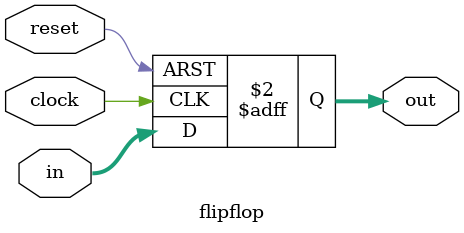
<source format=v>
/*
* Resetabble 32-bit flip-flop
*/
module flipflop(input clock, reset,
                input [31:0] in,
                output reg [31:0] out);

always @ (posedge clock, posedge reset)
    if (reset)
        out <= 32'b0;
    else
        out <= in;

endmodule

</source>
